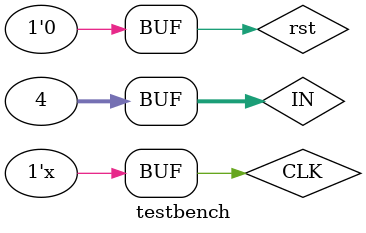
<source format=v>
module testbench();

reg CLK;
reg rst;
reg [31:0]  IN;
wire [31:0]  OUT;
//wire [7:0] pc_ex;    

CYBERcobra dut (.CLK(CLK), .rst(rst), .IN(IN), .OUT(OUT));        
           

   
initial
begin

CLK = 0;
rst = 1; 




IN = 32'b00000000000000000000000000000000; #15;
rst = 0;
IN = 32'b00000000000000000000000000000001; #15;
IN = 32'b00000000000000000000000000000010; #15;
IN = 32'b00000000000000000000000000000011; #15;
IN = 32'b00000000000000000000000000000100; #15;
 
//#5
//CLK = 0;
//rst = 1;
//IN = 32'b00000000000000000000000000000000; #5;
////CLK = 1; rst = 1; #5;
//CLK = 0;
//rst = 0; #5;
//CLK = 1; #5;
//CLK = 0; #5;
//CLK = 1; #5;IN = 32'b00000000000000000000000000000001; #5;
//CLK = 0; #5;
//CLK = 1; #5;
//CLK = 0; #5;
//CLK = 1; IN = 32'b00000000000000000000000000000010; #5;
//CLK = 0; #5;
//CLK = 1; #5;
//CLK = 0; #5;
//CLK = 1; #5;
//CLK = 0; IN = 32'b00000000000000000000000000000011; #5;
//CLK = 1; #5;
//CLK = 0; #5;
//CLK = 1; #5;
//CLK = 0; #5;
//CLK = 1; #5;
//CLK = 0; #5;
//CLK = 1; #5;
//CLK = 0; #5;
//CLK = 1; #5;
//CLK = 0; #5;
//CLK = 1; #5;
//CLK = 0; #5;
//CLK = 1; #5;
//CLK = 0; #5;
//CLK = 1; #5;
//CLK = 0; #5;
//CLK = 1; #5;
//CLK = 0; #5;
//CLK = 1; #5;
//CLK = 0; #5;
//CLK = 1; #5;
//CLK = 0; #5;
//CLK = 1; #5;
//CLK = 0; #5;
//CLK = 1; #5;
//CLK = 0; #5;
//CLK = 1; #5;
//CLK = 0; #5;
//CLK = 1; #5;
//CLK = 0; #5;
//CLK = 1; #5;
//CLK = 0; #5;
//CLK = 1; #5;
//CLK = 0; #5;
//CLK = 1; #5;
//CLK = 1; #5;
//CLK = 0; #5;
//CLK = 1; #5;
//CLK = 0; #5;
//CLK = 1; #5;
//CLK = 0; #5;
//CLK = 1; #5;
//CLK = 0; #5;
//CLK = 1; #5;
//CLK = 0; #5;
//CLK = 1; #5;
//CLK = 0; #5;
//CLK = 1; #5;
//CLK = 0; #5;
//CLK = 1; #5;
//CLK = 0; #5;
//CLK = 1; #5;
//CLK = 0; #5;
//CLK = 1; #5;
//CLK = 0; #5;
//CLK = 1; #5;
//CLK = 0; #5;
//CLK = 1; #5;
//CLK = 0; #5;
//CLK = 1; #5;
//CLK = 0; #5;
//CLK = 1; #5;
//CLK = 0; #5;
//CLK = 1; #5;
//CLK = 0; #5;
//CLK = 1; #5;
//CLK = 0; #5;
//CLK = 1; #5;
//CLK = 0; #5;
//CLK = 1; #5;
//CLK = 0; #5;
//CLK = 1; #5;
//CLK = 0; #5;
//CLK = 1; #5;
//CLK = 0; #5;
//CLK = 1; #5;
//CLK = 0; #5;
//CLK = 1; #5;

end

always
 #5 CLK = ~CLK;  

endmodule

</source>
